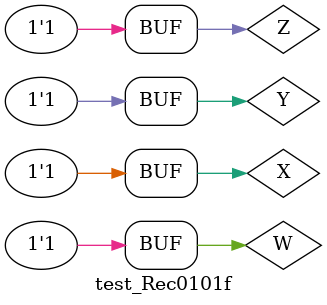
<source format=v>

module Rec0101f (output s, 
                 input  X, 
                 input  Y, 
                 input  W, 
                 input  Z);
    wire term1, term2, term3, term4, term5; // Saídas dos termos intermediários

    // Implementação das NORs
    nor n1(term1, X, Y);                // (X + Y)'
    nor n2(term2, X, ~Z);               // (X + ~Z)'
    nor n3(term3, X, ~W);               // (X + ~W)'
    nor n4(term4, ~W, ~Z);              // (~W + ~Z)'
    nor n5(term5, Y, ~W);               // (Y + ~W)'

    // Saída da expressão usando NOR
    nor n6(s, term1, term2, term3, term4, term5); // ((term1 + term2 + term3 + term4 + term5)')

endmodule 

module test_Rec0101f; 
// ------------------------- definir dados 
    reg  X; 
    reg  Y; 
    reg  W; 
    reg  Z; 
    wire s;  

    Rec0101f modulo06 (s, X, Y, W, Z); 

// ------------------------- parte principal 
    initial 
    begin : main 
        $display("Rec0101f - Cauã Costa Alves - 855926"); 
        $display("   X    Y    W    Z    s"); 
        
        $monitor("%4b %4b %4b %4b %4b", X, Y, W, Z, s); 

        X = 1'b0;  Y = 1'b0;  W = 1'b0;  Z = 1'b0;
        #1      X = 1'b0;  Y = 1'b0;  W = 1'b0;  Z = 1'b1;
        #1      X = 1'b0;  Y = 1'b0;  W = 1'b1;  Z = 1'b0;
        #1      X = 1'b0;  Y = 1'b0;  W = 1'b1;  Z = 1'b1;
        #1      X = 1'b0;  Y = 1'b1;  W = 1'b0;  Z = 1'b0;
        #1      X = 1'b0;  Y = 1'b1;  W = 1'b0;  Z = 1'b1;
        #1      X = 1'b0;  Y = 1'b1;  W = 1'b1;  Z = 1'b0;
        #1      X = 1'b0;  Y = 1'b1;  W = 1'b1;  Z = 1'b1;
        #1      X = 1'b1;  Y = 1'b0;  W = 1'b0;  Z = 1'b0;
        #1      X = 1'b1;  Y = 1'b0;  W = 1'b0;  Z = 1'b1;
        #1      X = 1'b1;  Y = 1'b0;  W = 1'b1;  Z = 1'b0;
        #1      X = 1'b1;  Y = 1'b0;  W = 1'b1;  Z = 1'b1;
        #1      X = 1'b1;  Y = 1'b1;  W = 1'b0;  Z = 1'b0;
        #1      X = 1'b1;  Y = 1'b1;  W = 1'b0;  Z = 1'b1;
        #1      X = 1'b1;  Y = 1'b1;  W = 1'b1;  Z = 1'b0;
        #1      X = 1'b1;  Y = 1'b1;  W = 1'b1;  Z = 1'b1;
    end 

endmodule  

</source>
